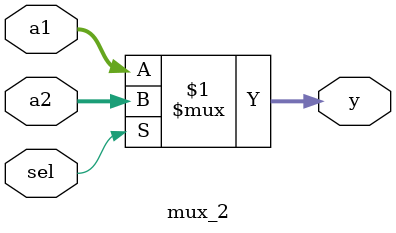
<source format=sv>
module mux_2
#(parameter DW = 32) 
(
    input  logic            sel,
    input  logic [DW-1:0]   a1,
    input  logic [DW-1:0]   a2,
    output logic [DW-1:0]   y    
);

assign y = (sel) ? a2 : a1;

endmodule

</source>
